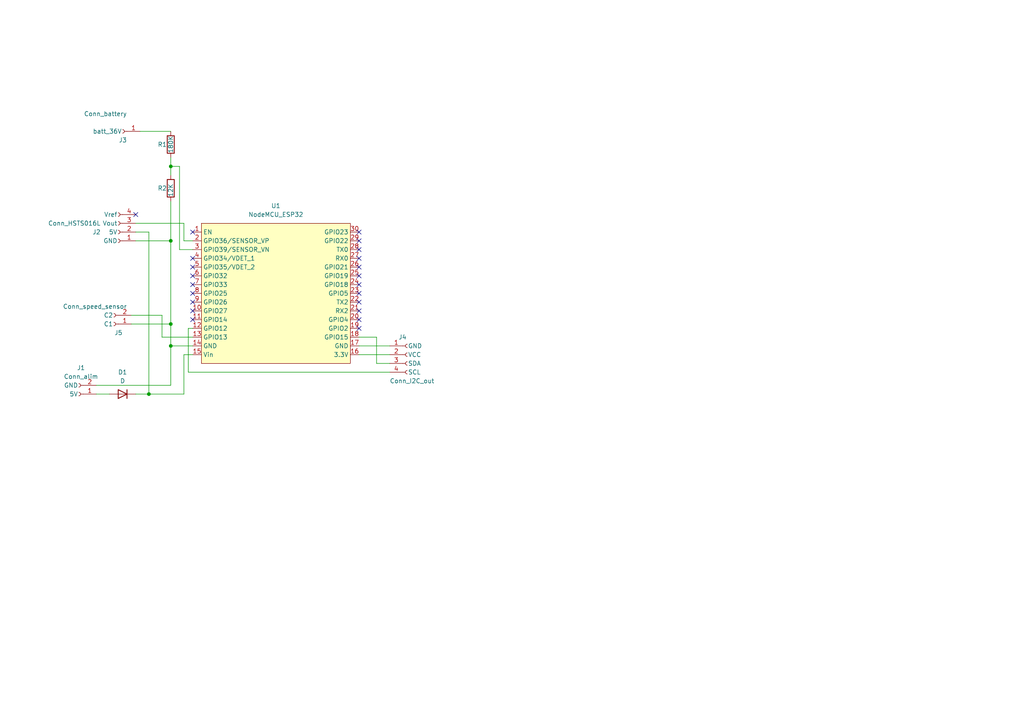
<source format=kicad_sch>
(kicad_sch (version 20211123) (generator eeschema)

  (uuid 2f3deced-880d-4075-a81b-95c62da5b94d)

  (paper "A4")

  (lib_symbols
    (symbol "Device:D" (pin_numbers hide) (pin_names (offset 1.016) hide) (in_bom yes) (on_board yes)
      (property "Reference" "D" (id 0) (at 0 2.54 0)
        (effects (font (size 1.27 1.27)))
      )
      (property "Value" "D" (id 1) (at 0 -2.54 0)
        (effects (font (size 1.27 1.27)))
      )
      (property "Footprint" "" (id 2) (at 0 0 0)
        (effects (font (size 1.27 1.27)) hide)
      )
      (property "Datasheet" "~" (id 3) (at 0 0 0)
        (effects (font (size 1.27 1.27)) hide)
      )
      (property "ki_keywords" "diode" (id 4) (at 0 0 0)
        (effects (font (size 1.27 1.27)) hide)
      )
      (property "ki_description" "Diode" (id 5) (at 0 0 0)
        (effects (font (size 1.27 1.27)) hide)
      )
      (property "ki_fp_filters" "TO-???* *_Diode_* *SingleDiode* D_*" (id 6) (at 0 0 0)
        (effects (font (size 1.27 1.27)) hide)
      )
      (symbol "D_0_1"
        (polyline
          (pts
            (xy -1.27 1.27)
            (xy -1.27 -1.27)
          )
          (stroke (width 0.254) (type default) (color 0 0 0 0))
          (fill (type none))
        )
        (polyline
          (pts
            (xy 1.27 0)
            (xy -1.27 0)
          )
          (stroke (width 0) (type default) (color 0 0 0 0))
          (fill (type none))
        )
        (polyline
          (pts
            (xy 1.27 1.27)
            (xy 1.27 -1.27)
            (xy -1.27 0)
            (xy 1.27 1.27)
          )
          (stroke (width 0.254) (type default) (color 0 0 0 0))
          (fill (type none))
        )
      )
      (symbol "D_1_1"
        (pin passive line (at -3.81 0 0) (length 2.54)
          (name "K" (effects (font (size 1.27 1.27))))
          (number "1" (effects (font (size 1.27 1.27))))
        )
        (pin passive line (at 3.81 0 180) (length 2.54)
          (name "A" (effects (font (size 1.27 1.27))))
          (number "2" (effects (font (size 1.27 1.27))))
        )
      )
    )
    (symbol "Device:R" (pin_numbers hide) (pin_names (offset 0)) (in_bom yes) (on_board yes)
      (property "Reference" "R" (id 0) (at 2.032 0 90)
        (effects (font (size 1.27 1.27)))
      )
      (property "Value" "R" (id 1) (at 0 0 90)
        (effects (font (size 1.27 1.27)))
      )
      (property "Footprint" "" (id 2) (at -1.778 0 90)
        (effects (font (size 1.27 1.27)) hide)
      )
      (property "Datasheet" "~" (id 3) (at 0 0 0)
        (effects (font (size 1.27 1.27)) hide)
      )
      (property "ki_keywords" "R res resistor" (id 4) (at 0 0 0)
        (effects (font (size 1.27 1.27)) hide)
      )
      (property "ki_description" "Resistor" (id 5) (at 0 0 0)
        (effects (font (size 1.27 1.27)) hide)
      )
      (property "ki_fp_filters" "R_*" (id 6) (at 0 0 0)
        (effects (font (size 1.27 1.27)) hide)
      )
      (symbol "R_0_1"
        (rectangle (start -1.016 -2.54) (end 1.016 2.54)
          (stroke (width 0.254) (type default) (color 0 0 0 0))
          (fill (type none))
        )
      )
      (symbol "R_1_1"
        (pin passive line (at 0 3.81 270) (length 1.27)
          (name "~" (effects (font (size 1.27 1.27))))
          (number "1" (effects (font (size 1.27 1.27))))
        )
        (pin passive line (at 0 -3.81 90) (length 1.27)
          (name "~" (effects (font (size 1.27 1.27))))
          (number "2" (effects (font (size 1.27 1.27))))
        )
      )
    )
    (symbol "vehicle-monitor:Conn_HSTS016L" (pin_names (offset 1.5)) (in_bom yes) (on_board yes)
      (property "Reference" "J" (id 0) (at 0 5.08 0)
        (effects (font (size 1.27 1.27)))
      )
      (property "Value" "Conn_HSTS016L" (id 1) (at 0 -7.62 0)
        (effects (font (size 1.27 1.27)))
      )
      (property "Footprint" "" (id 2) (at 0 0 0)
        (effects (font (size 1.27 1.27)) hide)
      )
      (property "Datasheet" "~" (id 3) (at 0 0 0)
        (effects (font (size 1.27 1.27)) hide)
      )
      (property "ki_keywords" "connector hall current sensor" (id 4) (at 0 0 0)
        (effects (font (size 1.27 1.27)) hide)
      )
      (property "ki_description" "Connector for HSTS016L hall effect current sensor" (id 5) (at 0 0 0)
        (effects (font (size 1.27 1.27)) hide)
      )
      (property "ki_fp_filters" "Connector*:*_1x??_*" (id 6) (at 0 0 0)
        (effects (font (size 1.27 1.27)) hide)
      )
      (symbol "Conn_HSTS016L_1_1"
        (arc (start 0 -4.572) (mid -0.508 -5.08) (end 0 -5.588)
          (stroke (width 0.1524) (type default) (color 0 0 0 0))
          (fill (type none))
        )
        (arc (start 0 -2.032) (mid -0.508 -2.54) (end 0 -3.048)
          (stroke (width 0.1524) (type default) (color 0 0 0 0))
          (fill (type none))
        )
        (polyline
          (pts
            (xy -1.27 -5.08)
            (xy -0.508 -5.08)
          )
          (stroke (width 0.1524) (type default) (color 0 0 0 0))
          (fill (type none))
        )
        (polyline
          (pts
            (xy -1.27 -2.54)
            (xy -0.508 -2.54)
          )
          (stroke (width 0.1524) (type default) (color 0 0 0 0))
          (fill (type none))
        )
        (polyline
          (pts
            (xy -1.27 0)
            (xy -0.508 0)
          )
          (stroke (width 0.1524) (type default) (color 0 0 0 0))
          (fill (type none))
        )
        (polyline
          (pts
            (xy -1.27 2.54)
            (xy -0.508 2.54)
          )
          (stroke (width 0.1524) (type default) (color 0 0 0 0))
          (fill (type none))
        )
        (arc (start 0 0.508) (mid -0.508 0) (end 0 -0.508)
          (stroke (width 0.1524) (type default) (color 0 0 0 0))
          (fill (type none))
        )
        (arc (start 0 3.048) (mid -0.508 2.54) (end 0 2.032)
          (stroke (width 0.1524) (type default) (color 0 0 0 0))
          (fill (type none))
        )
        (pin power_in line (at -5.08 2.54 0) (length 3.81)
          (name "GND" (effects (font (size 1.27 1.27))))
          (number "1" (effects (font (size 1.27 1.27))))
        )
        (pin power_in line (at -5.08 0 0) (length 3.81)
          (name "5V" (effects (font (size 1.27 1.27))))
          (number "2" (effects (font (size 1.27 1.27))))
        )
        (pin output line (at -5.08 -2.54 0) (length 3.81)
          (name "Vout" (effects (font (size 1.27 1.27))))
          (number "3" (effects (font (size 1.27 1.27))))
        )
        (pin output line (at -5.08 -5.08 0) (length 3.81)
          (name "Vref" (effects (font (size 1.27 1.27))))
          (number "4" (effects (font (size 1.27 1.27))))
        )
      )
    )
    (symbol "vehicle-monitor:Conn_I2C_out" (pin_names (offset 1.5)) (in_bom yes) (on_board yes)
      (property "Reference" "J" (id 0) (at 0 5.08 0)
        (effects (font (size 1.27 1.27)))
      )
      (property "Value" "Conn_I2C_out" (id 1) (at 0 -7.62 0)
        (effects (font (size 1.27 1.27)))
      )
      (property "Footprint" "" (id 2) (at 0 0 0)
        (effects (font (size 1.27 1.27)) hide)
      )
      (property "Datasheet" "~" (id 3) (at 0 0 0)
        (effects (font (size 1.27 1.27)) hide)
      )
      (property "ki_keywords" "connector" (id 4) (at 0 0 0)
        (effects (font (size 1.27 1.27)) hide)
      )
      (property "ki_description" "Generic connector, single row, 01x04, script generated (kicad-library-utils/schlib/autogen/connector/)" (id 5) (at 0 0 0)
        (effects (font (size 1.27 1.27)) hide)
      )
      (property "ki_fp_filters" "Connector*:*_1x??_*" (id 6) (at 0 0 0)
        (effects (font (size 1.27 1.27)) hide)
      )
      (symbol "Conn_I2C_out_1_1"
        (arc (start 0 -4.572) (mid -0.508 -5.08) (end 0 -5.588)
          (stroke (width 0.1524) (type default) (color 0 0 0 0))
          (fill (type none))
        )
        (arc (start 0 -2.032) (mid -0.508 -2.54) (end 0 -3.048)
          (stroke (width 0.1524) (type default) (color 0 0 0 0))
          (fill (type none))
        )
        (polyline
          (pts
            (xy -1.27 -5.08)
            (xy -0.508 -5.08)
          )
          (stroke (width 0.1524) (type default) (color 0 0 0 0))
          (fill (type none))
        )
        (polyline
          (pts
            (xy -1.27 -2.54)
            (xy -0.508 -2.54)
          )
          (stroke (width 0.1524) (type default) (color 0 0 0 0))
          (fill (type none))
        )
        (polyline
          (pts
            (xy -1.27 0)
            (xy -0.508 0)
          )
          (stroke (width 0.1524) (type default) (color 0 0 0 0))
          (fill (type none))
        )
        (polyline
          (pts
            (xy -1.27 2.54)
            (xy -0.508 2.54)
          )
          (stroke (width 0.1524) (type default) (color 0 0 0 0))
          (fill (type none))
        )
        (arc (start 0 0.508) (mid -0.508 0) (end 0 -0.508)
          (stroke (width 0.1524) (type default) (color 0 0 0 0))
          (fill (type none))
        )
        (arc (start 0 3.048) (mid -0.508 2.54) (end 0 2.032)
          (stroke (width 0.1524) (type default) (color 0 0 0 0))
          (fill (type none))
        )
        (pin power_in line (at -5.08 2.54 0) (length 3.81)
          (name "GND" (effects (font (size 1.27 1.27))))
          (number "1" (effects (font (size 1.27 1.27))))
        )
        (pin power_in line (at -5.08 0 0) (length 3.81)
          (name "VCC" (effects (font (size 1.27 1.27))))
          (number "2" (effects (font (size 1.27 1.27))))
        )
        (pin bidirectional line (at -5.08 -2.54 0) (length 3.81)
          (name "SDA" (effects (font (size 1.27 1.27))))
          (number "3" (effects (font (size 1.27 1.27))))
        )
        (pin input line (at -5.08 -5.08 0) (length 3.81)
          (name "SCL" (effects (font (size 1.27 1.27))))
          (number "4" (effects (font (size 1.27 1.27))))
        )
      )
    )
    (symbol "vehicle-monitor:Conn_alim" (pin_names (offset 1.5)) (in_bom yes) (on_board yes)
      (property "Reference" "J" (id 0) (at 0 2.54 0)
        (effects (font (size 1.27 1.27)))
      )
      (property "Value" "Conn_alim" (id 1) (at 0 -5.08 0)
        (effects (font (size 1.27 1.27)))
      )
      (property "Footprint" "" (id 2) (at 0 0 0)
        (effects (font (size 1.27 1.27)) hide)
      )
      (property "Datasheet" "~" (id 3) (at 0 0 0)
        (effects (font (size 1.27 1.27)) hide)
      )
      (property "ki_keywords" "connector" (id 4) (at 0 0 0)
        (effects (font (size 1.27 1.27)) hide)
      )
      (property "ki_description" "Generic connector, single row, 01x02, script generated (kicad-library-utils/schlib/autogen/connector/)" (id 5) (at 0 0 0)
        (effects (font (size 1.27 1.27)) hide)
      )
      (property "ki_fp_filters" "Connector*:*_1x??_*" (id 6) (at 0 0 0)
        (effects (font (size 1.27 1.27)) hide)
      )
      (symbol "Conn_alim_1_1"
        (arc (start 0 -2.032) (mid -0.508 -2.54) (end 0 -3.048)
          (stroke (width 0.1524) (type default) (color 0 0 0 0))
          (fill (type none))
        )
        (polyline
          (pts
            (xy -1.27 -2.54)
            (xy -0.508 -2.54)
          )
          (stroke (width 0.1524) (type default) (color 0 0 0 0))
          (fill (type none))
        )
        (polyline
          (pts
            (xy -1.27 0)
            (xy -0.508 0)
          )
          (stroke (width 0.1524) (type default) (color 0 0 0 0))
          (fill (type none))
        )
        (arc (start 0 0.508) (mid -0.508 0) (end 0 -0.508)
          (stroke (width 0.1524) (type default) (color 0 0 0 0))
          (fill (type none))
        )
        (pin power_out line (at -5.08 0 0) (length 3.81)
          (name "5V" (effects (font (size 1.27 1.27))))
          (number "1" (effects (font (size 1.27 1.27))))
        )
        (pin power_out line (at -5.08 -2.54 0) (length 3.81)
          (name "GND" (effects (font (size 1.27 1.27))))
          (number "2" (effects (font (size 1.27 1.27))))
        )
      )
    )
    (symbol "vehicle-monitor:Conn_battery" (pin_names (offset 1.5)) (in_bom yes) (on_board yes)
      (property "Reference" "J" (id 0) (at 0 2.54 0)
        (effects (font (size 1.27 1.27)))
      )
      (property "Value" "Conn_battery" (id 1) (at 0 -5.08 0)
        (effects (font (size 1.27 1.27)))
      )
      (property "Footprint" "" (id 2) (at 0 0 0)
        (effects (font (size 1.27 1.27)) hide)
      )
      (property "Datasheet" "~" (id 3) (at 0 0 0)
        (effects (font (size 1.27 1.27)) hide)
      )
      (property "ki_keywords" "connector" (id 4) (at 0 0 0)
        (effects (font (size 1.27 1.27)) hide)
      )
      (property "ki_description" "Generic connector, single row, 01x02, script generated (kicad-library-utils/schlib/autogen/connector/)" (id 5) (at 0 0 0)
        (effects (font (size 1.27 1.27)) hide)
      )
      (property "ki_fp_filters" "Connector*:*_1x??_*" (id 6) (at 0 0 0)
        (effects (font (size 1.27 1.27)) hide)
      )
      (symbol "Conn_battery_1_1"
        (polyline
          (pts
            (xy -1.27 0)
            (xy -0.508 0)
          )
          (stroke (width 0.1524) (type default) (color 0 0 0 0))
          (fill (type none))
        )
        (arc (start 0 0.508) (mid -0.508 0) (end 0 -0.508)
          (stroke (width 0.1524) (type default) (color 0 0 0 0))
          (fill (type none))
        )
        (pin power_out line (at -5.08 0 0) (length 3.81)
          (name "batt_36V" (effects (font (size 1.27 1.27))))
          (number "1" (effects (font (size 1.27 1.27))))
        )
      )
    )
    (symbol "vehicle-monitor:Conn_speed_sensor" (pin_names (offset 1.5)) (in_bom yes) (on_board yes)
      (property "Reference" "J" (id 0) (at 0 2.54 0)
        (effects (font (size 1.27 1.27)))
      )
      (property "Value" "Conn_speed_sensor" (id 1) (at 0 -5.08 0)
        (effects (font (size 1.27 1.27)))
      )
      (property "Footprint" "" (id 2) (at 0 0 0)
        (effects (font (size 1.27 1.27)) hide)
      )
      (property "Datasheet" "~" (id 3) (at 0 0 0)
        (effects (font (size 1.27 1.27)) hide)
      )
      (property "ki_keywords" "connector" (id 4) (at 0 0 0)
        (effects (font (size 1.27 1.27)) hide)
      )
      (property "ki_description" "Generic connector, single row, 01x02, script generated (kicad-library-utils/schlib/autogen/connector/)" (id 5) (at 0 0 0)
        (effects (font (size 1.27 1.27)) hide)
      )
      (property "ki_fp_filters" "Connector*:*_1x??_*" (id 6) (at 0 0 0)
        (effects (font (size 1.27 1.27)) hide)
      )
      (symbol "Conn_speed_sensor_1_1"
        (arc (start 0 -2.032) (mid -0.508 -2.54) (end 0 -3.048)
          (stroke (width 0.1524) (type default) (color 0 0 0 0))
          (fill (type none))
        )
        (polyline
          (pts
            (xy -1.27 -2.54)
            (xy -0.508 -2.54)
          )
          (stroke (width 0.1524) (type default) (color 0 0 0 0))
          (fill (type none))
        )
        (polyline
          (pts
            (xy -1.27 0)
            (xy -0.508 0)
          )
          (stroke (width 0.1524) (type default) (color 0 0 0 0))
          (fill (type none))
        )
        (arc (start 0 0.508) (mid -0.508 0) (end 0 -0.508)
          (stroke (width 0.1524) (type default) (color 0 0 0 0))
          (fill (type none))
        )
        (pin passive line (at -5.08 0 0) (length 3.81)
          (name "C1" (effects (font (size 1.27 1.27))))
          (number "1" (effects (font (size 1.27 1.27))))
        )
        (pin passive line (at -5.08 -2.54 0) (length 3.81)
          (name "C2" (effects (font (size 1.27 1.27))))
          (number "2" (effects (font (size 1.27 1.27))))
        )
      )
    )
    (symbol "vehicle-monitor:NodeMCU_ESP32" (in_bom yes) (on_board yes)
      (property "Reference" "U" (id 0) (at -21.59 21.59 0)
        (effects (font (size 1.27 1.27)))
      )
      (property "Value" "NodeMCU_ESP32" (id 1) (at 13.97 21.59 0)
        (effects (font (size 1.27 1.27)))
      )
      (property "Footprint" "" (id 2) (at -12.7 -1.27 0)
        (effects (font (size 1.27 1.27)) hide)
      )
      (property "Datasheet" "" (id 3) (at -12.7 -1.27 0)
        (effects (font (size 1.27 1.27)) hide)
      )
      (symbol "NodeMCU_ESP32_0_1"
        (rectangle (start -21.59 20.32) (end 21.59 -20.32)
          (stroke (width 0) (type default) (color 0 0 0 0))
          (fill (type background))
        )
      )
      (symbol "NodeMCU_ESP32_1_1"
        (pin input line (at -24.13 17.78 0) (length 2.54)
          (name "EN" (effects (font (size 1.27 1.27))))
          (number "1" (effects (font (size 1.27 1.27))))
        )
        (pin bidirectional line (at -24.13 -5.08 0) (length 2.54)
          (name "GPIO27" (effects (font (size 1.27 1.27))))
          (number "10" (effects (font (size 1.27 1.27))))
        )
        (pin bidirectional line (at -24.13 -7.62 0) (length 2.54)
          (name "GPIO14" (effects (font (size 1.27 1.27))))
          (number "11" (effects (font (size 1.27 1.27))))
        )
        (pin bidirectional line (at -24.13 -10.16 0) (length 2.54)
          (name "GPIO12" (effects (font (size 1.27 1.27))))
          (number "12" (effects (font (size 1.27 1.27))))
        )
        (pin bidirectional line (at -24.13 -12.7 0) (length 2.54)
          (name "GPIO13" (effects (font (size 1.27 1.27))))
          (number "13" (effects (font (size 1.27 1.27))))
        )
        (pin power_in line (at -24.13 -15.24 0) (length 2.54)
          (name "GND" (effects (font (size 1.27 1.27))))
          (number "14" (effects (font (size 1.27 1.27))))
        )
        (pin power_in line (at -24.13 -17.78 0) (length 2.54)
          (name "Vin" (effects (font (size 1.27 1.27))))
          (number "15" (effects (font (size 1.27 1.27))))
        )
        (pin power_out line (at 24.13 -17.78 180) (length 2.54)
          (name "3.3V" (effects (font (size 1.27 1.27))))
          (number "16" (effects (font (size 1.27 1.27))))
        )
        (pin power_in line (at 24.13 -15.24 180) (length 2.54)
          (name "GND" (effects (font (size 1.27 1.27))))
          (number "17" (effects (font (size 1.27 1.27))))
        )
        (pin bidirectional line (at 24.13 -12.7 180) (length 2.54)
          (name "GPIO15" (effects (font (size 1.27 1.27))))
          (number "18" (effects (font (size 1.27 1.27))))
        )
        (pin bidirectional line (at 24.13 -10.16 180) (length 2.54)
          (name "GPIO2" (effects (font (size 1.27 1.27))))
          (number "19" (effects (font (size 1.27 1.27))))
        )
        (pin input line (at -24.13 15.24 0) (length 2.54)
          (name "GPIO36/SENSOR_VP" (effects (font (size 1.27 1.27))))
          (number "2" (effects (font (size 1.27 1.27))))
        )
        (pin bidirectional line (at 24.13 -7.62 180) (length 2.54)
          (name "GPIO4" (effects (font (size 1.27 1.27))))
          (number "20" (effects (font (size 1.27 1.27))))
        )
        (pin bidirectional line (at 24.13 -5.08 180) (length 2.54)
          (name "RX2" (effects (font (size 1.27 1.27))))
          (number "21" (effects (font (size 1.27 1.27))))
        )
        (pin bidirectional line (at 24.13 -2.54 180) (length 2.54)
          (name "TX2" (effects (font (size 1.27 1.27))))
          (number "22" (effects (font (size 1.27 1.27))))
        )
        (pin bidirectional line (at 24.13 0 180) (length 2.54)
          (name "GPIO5" (effects (font (size 1.27 1.27))))
          (number "23" (effects (font (size 1.27 1.27))))
        )
        (pin bidirectional line (at 24.13 2.54 180) (length 2.54)
          (name "GPIO18" (effects (font (size 1.27 1.27))))
          (number "24" (effects (font (size 1.27 1.27))))
        )
        (pin bidirectional line (at 24.13 5.08 180) (length 2.54)
          (name "GPIO19" (effects (font (size 1.27 1.27))))
          (number "25" (effects (font (size 1.27 1.27))))
        )
        (pin bidirectional line (at 24.13 7.62 180) (length 2.54)
          (name "GPIO21" (effects (font (size 1.27 1.27))))
          (number "26" (effects (font (size 1.27 1.27))))
        )
        (pin bidirectional line (at 24.13 10.16 180) (length 2.54)
          (name "RX0" (effects (font (size 1.27 1.27))))
          (number "27" (effects (font (size 1.27 1.27))))
        )
        (pin bidirectional line (at 24.13 12.7 180) (length 2.54)
          (name "TX0" (effects (font (size 1.27 1.27))))
          (number "28" (effects (font (size 1.27 1.27))))
        )
        (pin bidirectional line (at 24.13 15.24 180) (length 2.54)
          (name "GPIO22" (effects (font (size 1.27 1.27))))
          (number "29" (effects (font (size 1.27 1.27))))
        )
        (pin input line (at -24.13 12.7 0) (length 2.54)
          (name "GPIO39/SENSOR_VN" (effects (font (size 1.27 1.27))))
          (number "3" (effects (font (size 1.27 1.27))))
        )
        (pin bidirectional line (at 24.13 17.78 180) (length 2.54)
          (name "GPIO23" (effects (font (size 1.27 1.27))))
          (number "30" (effects (font (size 1.27 1.27))))
        )
        (pin input line (at -24.13 10.16 0) (length 2.54)
          (name "GPIO34/VDET_1" (effects (font (size 1.27 1.27))))
          (number "4" (effects (font (size 1.27 1.27))))
        )
        (pin input line (at -24.13 7.62 0) (length 2.54)
          (name "GPIO35/VDET_2" (effects (font (size 1.27 1.27))))
          (number "5" (effects (font (size 1.27 1.27))))
        )
        (pin bidirectional line (at -24.13 5.08 0) (length 2.54)
          (name "GPIO32" (effects (font (size 1.27 1.27))))
          (number "6" (effects (font (size 1.27 1.27))))
        )
        (pin bidirectional line (at -24.13 2.54 0) (length 2.54)
          (name "GPIO33" (effects (font (size 1.27 1.27))))
          (number "7" (effects (font (size 1.27 1.27))))
        )
        (pin bidirectional line (at -24.13 0 0) (length 2.54)
          (name "GPIO25" (effects (font (size 1.27 1.27))))
          (number "8" (effects (font (size 1.27 1.27))))
        )
        (pin bidirectional line (at -24.13 -2.54 0) (length 2.54)
          (name "GPIO26" (effects (font (size 1.27 1.27))))
          (number "9" (effects (font (size 1.27 1.27))))
        )
      )
    )
  )

  (junction (at 49.53 93.98) (diameter 0) (color 0 0 0 0)
    (uuid 128b4d33-12af-48f8-bda0-d35beb0d0569)
  )
  (junction (at 49.53 48.26) (diameter 0) (color 0 0 0 0)
    (uuid 433a294d-a56b-4b5e-a0a5-384b7937fd99)
  )
  (junction (at 43.18 114.3) (diameter 0) (color 0 0 0 0)
    (uuid 679b4060-dcb4-461d-9c1b-6310a37d2c8b)
  )
  (junction (at 49.53 100.33) (diameter 0) (color 0 0 0 0)
    (uuid 8b76649d-7fed-4f0e-a7b1-ddc035221d62)
  )
  (junction (at 49.53 69.85) (diameter 0) (color 0 0 0 0)
    (uuid 95ffd3f8-cc4e-49e8-a469-fe0ef795ac79)
  )

  (no_connect (at 104.14 92.71) (uuid 42e27ade-eeba-4263-a787-39f108a3f5bf))
  (no_connect (at 104.14 95.25) (uuid 675b2a1e-1d1e-4f5b-91f1-23d348015a92))
  (no_connect (at 104.14 90.17) (uuid 7a036c8b-424e-4cd3-9042-9dd09fe44aa7))
  (no_connect (at 104.14 87.63) (uuid 7a036c8b-424e-4cd3-9042-9dd09fe44aa8))
  (no_connect (at 104.14 85.09) (uuid 7a036c8b-424e-4cd3-9042-9dd09fe44aab))
  (no_connect (at 104.14 67.31) (uuid 7a036c8b-424e-4cd3-9042-9dd09fe44aad))
  (no_connect (at 55.88 82.55) (uuid 7a036c8b-424e-4cd3-9042-9dd09fe44aaf))
  (no_connect (at 55.88 85.09) (uuid 7a036c8b-424e-4cd3-9042-9dd09fe44ab0))
  (no_connect (at 55.88 87.63) (uuid 7a036c8b-424e-4cd3-9042-9dd09fe44ab1))
  (no_connect (at 55.88 92.71) (uuid 7a036c8b-424e-4cd3-9042-9dd09fe44ab3))
  (no_connect (at 55.88 67.31) (uuid 7a036c8b-424e-4cd3-9042-9dd09fe44abb))
  (no_connect (at 55.88 74.93) (uuid 7a036c8b-424e-4cd3-9042-9dd09fe44abc))
  (no_connect (at 55.88 77.47) (uuid 7a036c8b-424e-4cd3-9042-9dd09fe44abd))
  (no_connect (at 55.88 80.01) (uuid 7a036c8b-424e-4cd3-9042-9dd09fe44abe))
  (no_connect (at 104.14 82.55) (uuid 7a036c8b-424e-4cd3-9042-9dd09fe44abf))
  (no_connect (at 104.14 80.01) (uuid 7a036c8b-424e-4cd3-9042-9dd09fe44ac0))
  (no_connect (at 104.14 74.93) (uuid 7a036c8b-424e-4cd3-9042-9dd09fe44ac2))
  (no_connect (at 104.14 72.39) (uuid 7a036c8b-424e-4cd3-9042-9dd09fe44ac3))
  (no_connect (at 55.88 90.17) (uuid 88da4feb-5ac5-4c93-8129-1e77912cab38))
  (no_connect (at 104.14 69.85) (uuid 8df7c71e-685c-43dd-af60-6f9cdc315f85))
  (no_connect (at 104.14 77.47) (uuid 8df7c71e-685c-43dd-af60-6f9cdc315f86))
  (no_connect (at 39.37 62.23) (uuid a6b973bf-3c82-4206-bae7-4f835d16d359))

  (wire (pts (xy 52.07 48.26) (xy 52.07 72.39))
    (stroke (width 0) (type default) (color 0 0 0 0))
    (uuid 0a75f629-dc23-4df2-b397-19a4ff553330)
  )
  (wire (pts (xy 27.94 111.76) (xy 49.53 111.76))
    (stroke (width 0) (type default) (color 0 0 0 0))
    (uuid 0aa3beed-33f5-4121-ac3c-bfca1445c8a8)
  )
  (wire (pts (xy 39.37 67.31) (xy 43.18 67.31))
    (stroke (width 0) (type default) (color 0 0 0 0))
    (uuid 0b437303-3880-4c2e-936f-36b72f5e5c8c)
  )
  (wire (pts (xy 49.53 100.33) (xy 55.88 100.33))
    (stroke (width 0) (type default) (color 0 0 0 0))
    (uuid 1adb5de4-24a9-45d7-81f0-5bb173e17332)
  )
  (wire (pts (xy 38.1 93.98) (xy 49.53 93.98))
    (stroke (width 0) (type default) (color 0 0 0 0))
    (uuid 1c1b3537-8c52-4a3f-95b6-d0a8b939106e)
  )
  (wire (pts (xy 49.53 48.26) (xy 49.53 50.8))
    (stroke (width 0) (type default) (color 0 0 0 0))
    (uuid 28de7ab2-5104-44e4-a384-a70b203c9561)
  )
  (wire (pts (xy 53.34 102.87) (xy 53.34 114.3))
    (stroke (width 0) (type default) (color 0 0 0 0))
    (uuid 326f85fb-bd1a-4172-a917-81275d6083c2)
  )
  (wire (pts (xy 49.53 93.98) (xy 49.53 100.33))
    (stroke (width 0) (type default) (color 0 0 0 0))
    (uuid 37690a42-79e7-4c25-8ae9-f4f53a22fa80)
  )
  (wire (pts (xy 43.18 114.3) (xy 53.34 114.3))
    (stroke (width 0) (type default) (color 0 0 0 0))
    (uuid 3d14855f-21d9-4e50-89ce-47c175a25393)
  )
  (wire (pts (xy 49.53 111.76) (xy 49.53 100.33))
    (stroke (width 0) (type default) (color 0 0 0 0))
    (uuid 4269b426-1ca0-4358-b7c8-f87d360b6b77)
  )
  (wire (pts (xy 54.61 95.25) (xy 55.88 95.25))
    (stroke (width 0) (type default) (color 0 0 0 0))
    (uuid 457cdafe-757b-46b6-9d3e-8d438360f308)
  )
  (wire (pts (xy 109.22 97.79) (xy 109.22 105.41))
    (stroke (width 0) (type default) (color 0 0 0 0))
    (uuid 58175922-1337-43ad-ad83-f2ad48af61c5)
  )
  (wire (pts (xy 104.14 97.79) (xy 109.22 97.79))
    (stroke (width 0) (type default) (color 0 0 0 0))
    (uuid 5bd7ff30-9744-4fbd-b2ab-98d6983e15df)
  )
  (wire (pts (xy 49.53 69.85) (xy 49.53 93.98))
    (stroke (width 0) (type default) (color 0 0 0 0))
    (uuid 5f6cca41-50ca-4ee1-8224-0e6c495b17fd)
  )
  (wire (pts (xy 43.18 67.31) (xy 43.18 114.3))
    (stroke (width 0) (type default) (color 0 0 0 0))
    (uuid 6ef72d17-b82e-4eb1-b202-9006955a067e)
  )
  (wire (pts (xy 109.22 105.41) (xy 113.03 105.41))
    (stroke (width 0) (type default) (color 0 0 0 0))
    (uuid 71c9110a-8064-4b4a-acc0-542534ea4901)
  )
  (wire (pts (xy 55.88 102.87) (xy 53.34 102.87))
    (stroke (width 0) (type default) (color 0 0 0 0))
    (uuid 7c612bdd-6a82-4fcf-baa9-8fdefcb06f1d)
  )
  (wire (pts (xy 49.53 45.72) (xy 49.53 48.26))
    (stroke (width 0) (type default) (color 0 0 0 0))
    (uuid 8539a068-22ee-4a22-979e-1d2358b3111b)
  )
  (wire (pts (xy 40.64 38.1) (xy 49.53 38.1))
    (stroke (width 0) (type default) (color 0 0 0 0))
    (uuid 854f4387-3ca1-4ede-a296-fb94988ed5ae)
  )
  (wire (pts (xy 55.88 97.79) (xy 46.99 97.79))
    (stroke (width 0) (type default) (color 0 0 0 0))
    (uuid 9751e2d6-d81e-44e0-b624-fc92d289c52a)
  )
  (wire (pts (xy 53.34 69.85) (xy 55.88 69.85))
    (stroke (width 0) (type default) (color 0 0 0 0))
    (uuid 9918ed3d-ef60-4f9c-bbab-d5a94c54dede)
  )
  (wire (pts (xy 113.03 107.95) (xy 54.61 107.95))
    (stroke (width 0) (type default) (color 0 0 0 0))
    (uuid a89c5c87-c6cf-48f3-a098-73aaf195ccfc)
  )
  (wire (pts (xy 54.61 107.95) (xy 54.61 95.25))
    (stroke (width 0) (type default) (color 0 0 0 0))
    (uuid aea22020-99fc-43b4-984a-a7253337aa40)
  )
  (wire (pts (xy 104.14 100.33) (xy 113.03 100.33))
    (stroke (width 0) (type default) (color 0 0 0 0))
    (uuid b439c5aa-7a69-4a25-90c0-d6b8c216ef49)
  )
  (wire (pts (xy 27.94 114.3) (xy 31.75 114.3))
    (stroke (width 0) (type default) (color 0 0 0 0))
    (uuid b54d57a7-95c9-46b9-bf84-99ca3de4bc2a)
  )
  (wire (pts (xy 53.34 69.85) (xy 53.34 64.77))
    (stroke (width 0) (type default) (color 0 0 0 0))
    (uuid b608d723-64cb-4821-89bc-b59779f3b789)
  )
  (wire (pts (xy 39.37 69.85) (xy 49.53 69.85))
    (stroke (width 0) (type default) (color 0 0 0 0))
    (uuid cb381139-6573-4e1a-a168-3c5ba08b42e2)
  )
  (wire (pts (xy 46.99 91.44) (xy 38.1 91.44))
    (stroke (width 0) (type default) (color 0 0 0 0))
    (uuid cb54d583-7e30-4069-8a8b-0ae032abbdcc)
  )
  (wire (pts (xy 55.88 72.39) (xy 52.07 72.39))
    (stroke (width 0) (type default) (color 0 0 0 0))
    (uuid d19fc569-63e1-438f-8951-de7a890123ae)
  )
  (wire (pts (xy 46.99 97.79) (xy 46.99 91.44))
    (stroke (width 0) (type default) (color 0 0 0 0))
    (uuid d927fac5-fb7e-4140-8868-e63f9149f99a)
  )
  (wire (pts (xy 39.37 64.77) (xy 53.34 64.77))
    (stroke (width 0) (type default) (color 0 0 0 0))
    (uuid db08d23b-92e3-4f99-8704-1a66ba98c4e9)
  )
  (wire (pts (xy 49.53 48.26) (xy 52.07 48.26))
    (stroke (width 0) (type default) (color 0 0 0 0))
    (uuid e15ae67b-2c04-433b-9d01-93c6a63abb6c)
  )
  (wire (pts (xy 49.53 69.85) (xy 49.53 58.42))
    (stroke (width 0) (type default) (color 0 0 0 0))
    (uuid e7f1f501-2e1d-458c-b01d-ce16b3bc01fa)
  )
  (wire (pts (xy 39.37 114.3) (xy 43.18 114.3))
    (stroke (width 0) (type default) (color 0 0 0 0))
    (uuid e8cd2542-7093-49d9-bf59-620b68c60f26)
  )
  (wire (pts (xy 104.14 102.87) (xy 113.03 102.87))
    (stroke (width 0) (type default) (color 0 0 0 0))
    (uuid e96cf019-071b-4fb9-85d0-e0a7999725eb)
  )

  (symbol (lib_id "vehicle-monitor:Conn_battery") (at 35.56 38.1 180) (unit 1)
    (in_bom yes) (on_board yes)
    (uuid 013b7fe0-c393-480f-8f21-7b7e62b335e8)
    (property "Reference" "J3" (id 0) (at 36.83 40.64 0)
      (effects (font (size 1.27 1.27)) (justify left))
    )
    (property "Value" "Conn_battery" (id 1) (at 36.83 33.02 0)
      (effects (font (size 1.27 1.27)) (justify left))
    )
    (property "Footprint" "Connector_PinHeader_2.54mm:PinHeader_1x01_P2.54mm_Vertical" (id 2) (at 35.56 38.1 0)
      (effects (font (size 1.27 1.27)) hide)
    )
    (property "Datasheet" "~" (id 3) (at 35.56 38.1 0)
      (effects (font (size 1.27 1.27)) hide)
    )
    (pin "1" (uuid 29ba9586-c26f-4607-977c-dcfce12c2b9e))
  )

  (symbol (lib_id "vehicle-monitor:Conn_I2C_out") (at 118.11 102.87 0) (unit 1)
    (in_bom yes) (on_board yes)
    (uuid 08d4dc0e-32b3-4108-be1b-08755b504242)
    (property "Reference" "J4" (id 0) (at 115.57 97.79 0)
      (effects (font (size 1.27 1.27)) (justify left))
    )
    (property "Value" "Conn_I2C_out" (id 1) (at 113.03 110.49 0)
      (effects (font (size 1.27 1.27)) (justify left))
    )
    (property "Footprint" "Connector_PinHeader_2.54mm:PinHeader_1x04_P2.54mm_Vertical" (id 2) (at 118.11 102.87 0)
      (effects (font (size 1.27 1.27)) hide)
    )
    (property "Datasheet" "~" (id 3) (at 118.11 102.87 0)
      (effects (font (size 1.27 1.27)) hide)
    )
    (pin "1" (uuid 2fd71249-6619-409b-b5d7-08b242b5553a))
    (pin "2" (uuid 06c8f2a7-adb3-45a0-9a56-4bcacfdf23c6))
    (pin "3" (uuid e90e3e37-b34e-4301-aab9-1901219e0337))
    (pin "4" (uuid 51a51e91-ae1f-49a4-8ea3-d7b2167130c6))
  )

  (symbol (lib_id "vehicle-monitor:Conn_speed_sensor") (at 33.02 93.98 180) (unit 1)
    (in_bom yes) (on_board yes)
    (uuid 5146355b-d187-42d7-bcfd-5946aeb905a6)
    (property "Reference" "J5" (id 0) (at 35.56 96.52 0)
      (effects (font (size 1.27 1.27)) (justify left))
    )
    (property "Value" "Conn_speed_sensor" (id 1) (at 36.83 88.9 0)
      (effects (font (size 1.27 1.27)) (justify left))
    )
    (property "Footprint" "Connector_PinHeader_2.54mm:PinHeader_1x02_P2.54mm_Vertical" (id 2) (at 33.02 93.98 0)
      (effects (font (size 1.27 1.27)) hide)
    )
    (property "Datasheet" "~" (id 3) (at 33.02 93.98 0)
      (effects (font (size 1.27 1.27)) hide)
    )
    (pin "1" (uuid b6822d6e-e847-4666-8fcd-d0e406d1e2da))
    (pin "2" (uuid a45a9fc6-94f1-41b5-92bd-374472649f57))
  )

  (symbol (lib_id "Device:D") (at 35.56 114.3 180) (unit 1)
    (in_bom yes) (on_board yes) (fields_autoplaced)
    (uuid 60960af7-b938-44a8-82b5-e9c36f2e6817)
    (property "Reference" "D1" (id 0) (at 35.56 107.95 0))
    (property "Value" "D" (id 1) (at 35.56 110.49 0))
    (property "Footprint" "Diode_THT:D_A-405_P10.16mm_Horizontal" (id 2) (at 35.56 114.3 0)
      (effects (font (size 1.27 1.27)) hide)
    )
    (property "Datasheet" "~" (id 3) (at 35.56 114.3 0)
      (effects (font (size 1.27 1.27)) hide)
    )
    (pin "1" (uuid fb126c26-740a-4781-a5dd-5ef5455e4878))
    (pin "2" (uuid 052acc87-8ff9-4162-8f55-f7121d221d0a))
  )

  (symbol (lib_id "Device:R") (at 49.53 54.61 0) (unit 1)
    (in_bom yes) (on_board yes)
    (uuid 7e7b48e4-998f-4cd0-8159-bed4f4488c89)
    (property "Reference" "R2" (id 0) (at 45.72 54.61 0)
      (effects (font (size 1.27 1.27)) (justify left))
    )
    (property "Value" "12K" (id 1) (at 49.53 57.15 90)
      (effects (font (size 1.27 1.27)) (justify left))
    )
    (property "Footprint" "Resistor_THT:R_Axial_DIN0207_L6.3mm_D2.5mm_P10.16mm_Horizontal" (id 2) (at 47.752 54.61 90)
      (effects (font (size 1.27 1.27)) hide)
    )
    (property "Datasheet" "~" (id 3) (at 49.53 54.61 0)
      (effects (font (size 1.27 1.27)) hide)
    )
    (pin "1" (uuid 3a85b0f1-31df-4a28-b140-69cc63d8cd35))
    (pin "2" (uuid 9cc07fe6-52e7-4494-9efb-f758c6f40612))
  )

  (symbol (lib_id "vehicle-monitor:Conn_HSTS016L") (at 34.29 67.31 180) (unit 1)
    (in_bom yes) (on_board yes)
    (uuid 9b0c1c36-20df-4c06-9ad3-2271ca2f63a2)
    (property "Reference" "J2" (id 0) (at 29.21 67.31 0)
      (effects (font (size 1.27 1.27)) (justify left))
    )
    (property "Value" "Conn_HSTS016L" (id 1) (at 29.21 64.77 0)
      (effects (font (size 1.27 1.27)) (justify left))
    )
    (property "Footprint" "Connector_PinHeader_2.54mm:PinHeader_1x04_P2.54mm_Vertical" (id 2) (at 34.29 67.31 0)
      (effects (font (size 1.27 1.27)) hide)
    )
    (property "Datasheet" "~" (id 3) (at 34.29 67.31 0)
      (effects (font (size 1.27 1.27)) hide)
    )
    (pin "1" (uuid f7e70643-aaa3-482e-9261-4bfb450b0915))
    (pin "2" (uuid 2ba0da6c-d98e-4541-879b-7e5e868c6041))
    (pin "3" (uuid 9eb55149-b23f-444e-be9c-8ec3a02ab299))
    (pin "4" (uuid 586cda52-e15c-4dc3-b1b9-9046e3a9fa04))
  )

  (symbol (lib_id "vehicle-monitor:NodeMCU_ESP32") (at 80.01 85.09 0) (unit 1)
    (in_bom yes) (on_board yes) (fields_autoplaced)
    (uuid bac5560b-af16-4666-9571-395f111e9db7)
    (property "Reference" "U1" (id 0) (at 80.01 59.69 0))
    (property "Value" "NodeMCU_ESP32" (id 1) (at 80.01 62.23 0))
    (property "Footprint" "Node_mcu:NodeMCU_SBC" (id 2) (at 67.31 86.36 0)
      (effects (font (size 1.27 1.27)) hide)
    )
    (property "Datasheet" "" (id 3) (at 67.31 86.36 0)
      (effects (font (size 1.27 1.27)) hide)
    )
    (pin "1" (uuid 07c39201-83f6-471d-b1e2-a0ed0b4ba5b6))
    (pin "10" (uuid 92aaed00-4703-4951-b8dd-1ba72eba7258))
    (pin "11" (uuid 88a06e13-414a-4461-b55c-c3a4c750e03f))
    (pin "12" (uuid a3579a64-1c35-4cc5-9b88-fa5969673572))
    (pin "13" (uuid 38b35171-a24e-4b5e-b72d-3fabf2925f90))
    (pin "14" (uuid 5455edca-73a0-4660-8e4b-54370a480602))
    (pin "15" (uuid 6ee05419-8a1c-4eee-ad32-9d790c7cbdef))
    (pin "16" (uuid 9d00dd92-41c6-4d40-98dc-555a1563178f))
    (pin "17" (uuid fa714f9d-be89-4671-9f6d-d77d78394597))
    (pin "18" (uuid 8cd98efc-9ef7-4471-991e-bdaac2b0fcfd))
    (pin "19" (uuid ecbc5162-eb4b-491c-9b92-7be90a00c18a))
    (pin "2" (uuid b97236c7-b968-48c0-8957-a12e15878841))
    (pin "20" (uuid b834e705-5a7a-4748-a9e1-d737250d99bc))
    (pin "21" (uuid dc4905d6-756d-479b-8b8b-b17a48a4343e))
    (pin "22" (uuid 886a344a-699d-4c94-8217-40eefdb1bb15))
    (pin "23" (uuid 66285c30-a5f8-41d8-b141-9751668fc18e))
    (pin "24" (uuid be72bbad-48a7-4fbf-b040-d71e2c6060f4))
    (pin "25" (uuid 5e6cfada-69c1-4f12-9b0b-5bc321ed157d))
    (pin "26" (uuid 42624411-cd8e-49e2-903e-7daec958d770))
    (pin "27" (uuid 993043ec-5590-46aa-a17a-396f39686758))
    (pin "28" (uuid ed5bb629-bf66-4550-8744-b208af4dfe90))
    (pin "29" (uuid eb828ea0-11ee-45f1-aabc-1b13ad597c09))
    (pin "3" (uuid 0512e9cd-0448-4b4b-8e11-1accdc572e71))
    (pin "30" (uuid bba802e6-f659-442d-9c86-631a2a55af68))
    (pin "4" (uuid c7543117-2559-4e26-aac5-a58e28e61915))
    (pin "5" (uuid 83603a29-adae-4742-afae-a04f0e14181e))
    (pin "6" (uuid 11abae14-28c0-4f6b-99be-37e3bd4a6013))
    (pin "7" (uuid 28e9cee2-373a-41cb-8fe8-cf8559c5eb2b))
    (pin "8" (uuid ea773c97-d5b4-4375-8e3d-ea206f4ca623))
    (pin "9" (uuid b993e9dc-2262-4c7a-82d2-25b627d983e0))
  )

  (symbol (lib_id "Device:R") (at 49.53 41.91 0) (unit 1)
    (in_bom yes) (on_board yes)
    (uuid c41a6d44-f99d-4f53-b51c-3b7668c1e7af)
    (property "Reference" "R1" (id 0) (at 45.72 41.91 0)
      (effects (font (size 1.27 1.27)) (justify left))
    )
    (property "Value" "180K" (id 1) (at 49.53 44.45 90)
      (effects (font (size 1.27 1.27)) (justify left))
    )
    (property "Footprint" "Resistor_THT:R_Axial_DIN0207_L6.3mm_D2.5mm_P10.16mm_Horizontal" (id 2) (at 47.752 41.91 90)
      (effects (font (size 1.27 1.27)) hide)
    )
    (property "Datasheet" "~" (id 3) (at 49.53 41.91 0)
      (effects (font (size 1.27 1.27)) hide)
    )
    (pin "1" (uuid 6e41df25-5cfa-4b9b-9513-c7afab3a2719))
    (pin "2" (uuid c37a2971-c528-4d2f-9c0d-9d465420013c))
  )

  (symbol (lib_id "vehicle-monitor:Conn_alim") (at 22.86 114.3 180) (unit 1)
    (in_bom yes) (on_board yes) (fields_autoplaced)
    (uuid c6193a3d-ac57-49c6-9f84-c0f0df6baf32)
    (property "Reference" "J1" (id 0) (at 23.495 106.68 0))
    (property "Value" "Conn_alim" (id 1) (at 23.495 109.22 0))
    (property "Footprint" "Connector_PinHeader_2.54mm:PinHeader_1x02_P2.54mm_Vertical" (id 2) (at 22.86 114.3 0)
      (effects (font (size 1.27 1.27)) hide)
    )
    (property "Datasheet" "~" (id 3) (at 22.86 114.3 0)
      (effects (font (size 1.27 1.27)) hide)
    )
    (pin "1" (uuid c2d1b977-a7f0-4de8-a638-9c32f636b613))
    (pin "2" (uuid 2dc1044f-fd5f-478a-b0d6-8f565a3c76c3))
  )

  (sheet_instances
    (path "/" (page "1"))
  )

  (symbol_instances
    (path "/60960af7-b938-44a8-82b5-e9c36f2e6817"
      (reference "D1") (unit 1) (value "D") (footprint "Diode_THT:D_A-405_P10.16mm_Horizontal")
    )
    (path "/c6193a3d-ac57-49c6-9f84-c0f0df6baf32"
      (reference "J1") (unit 1) (value "Conn_alim") (footprint "Connector_PinHeader_2.54mm:PinHeader_1x02_P2.54mm_Vertical")
    )
    (path "/9b0c1c36-20df-4c06-9ad3-2271ca2f63a2"
      (reference "J2") (unit 1) (value "Conn_HSTS016L") (footprint "Connector_PinHeader_2.54mm:PinHeader_1x04_P2.54mm_Vertical")
    )
    (path "/013b7fe0-c393-480f-8f21-7b7e62b335e8"
      (reference "J3") (unit 1) (value "Conn_battery") (footprint "Connector_PinHeader_2.54mm:PinHeader_1x01_P2.54mm_Vertical")
    )
    (path "/08d4dc0e-32b3-4108-be1b-08755b504242"
      (reference "J4") (unit 1) (value "Conn_I2C_out") (footprint "Connector_PinHeader_2.54mm:PinHeader_1x04_P2.54mm_Vertical")
    )
    (path "/5146355b-d187-42d7-bcfd-5946aeb905a6"
      (reference "J5") (unit 1) (value "Conn_speed_sensor") (footprint "Connector_PinHeader_2.54mm:PinHeader_1x02_P2.54mm_Vertical")
    )
    (path "/c41a6d44-f99d-4f53-b51c-3b7668c1e7af"
      (reference "R1") (unit 1) (value "180K") (footprint "Resistor_THT:R_Axial_DIN0207_L6.3mm_D2.5mm_P10.16mm_Horizontal")
    )
    (path "/7e7b48e4-998f-4cd0-8159-bed4f4488c89"
      (reference "R2") (unit 1) (value "12K") (footprint "Resistor_THT:R_Axial_DIN0207_L6.3mm_D2.5mm_P10.16mm_Horizontal")
    )
    (path "/bac5560b-af16-4666-9571-395f111e9db7"
      (reference "U1") (unit 1) (value "NodeMCU_ESP32") (footprint "Node_mcu:NodeMCU_SBC")
    )
  )
)

</source>
